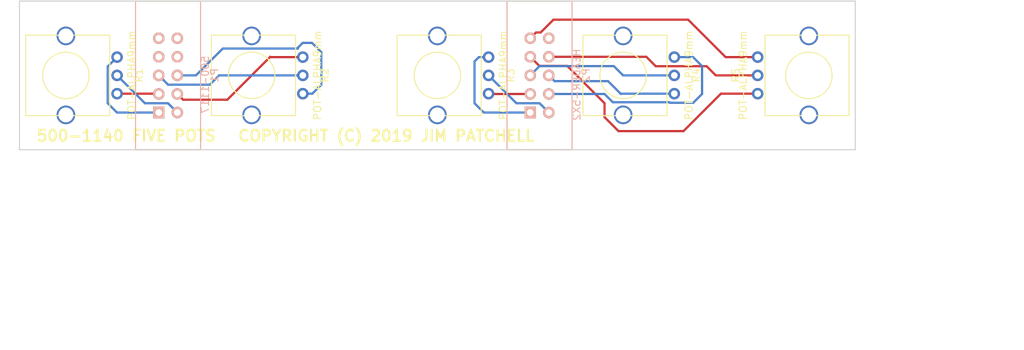
<source format=kicad_pcb>
(kicad_pcb (version 20171130) (host pcbnew "(5.0.2)-1")

  (general
    (thickness 1.6)
    (drawings 16)
    (tracks 76)
    (zones 0)
    (modules 7)
    (nets 16)
  )

  (page A)
  (title_block
    (title "Five Pots Front Panel  Board")
  )

  (layers
    (0 F.Cu signal)
    (31 B.Cu signal)
    (32 B.Adhes user)
    (33 F.Adhes user)
    (34 B.Paste user)
    (35 F.Paste user)
    (36 B.SilkS user)
    (37 F.SilkS user)
    (38 B.Mask user)
    (39 F.Mask user)
    (40 Dwgs.User user)
    (41 Cmts.User user)
    (42 Eco1.User user)
    (43 Eco2.User user)
    (44 Edge.Cuts user)
    (45 Margin user)
    (46 B.CrtYd user)
    (47 F.CrtYd user)
    (48 B.Fab user)
    (49 F.Fab user)
  )

  (setup
    (last_trace_width 0.3048)
    (trace_clearance 0.3048)
    (zone_clearance 0.508)
    (zone_45_only no)
    (trace_min 0.2)
    (segment_width 0.2)
    (edge_width 0.15)
    (via_size 0.8)
    (via_drill 0.4)
    (via_min_size 0.4)
    (via_min_drill 0.3)
    (uvia_size 0.3)
    (uvia_drill 0.1)
    (uvias_allowed no)
    (uvia_min_size 0.2)
    (uvia_min_drill 0.1)
    (pcb_text_width 0.3)
    (pcb_text_size 1.5 1.5)
    (mod_edge_width 0.15)
    (mod_text_size 1 1)
    (mod_text_width 0.15)
    (pad_size 1.524 1.524)
    (pad_drill 0.762)
    (pad_to_mask_clearance 0.051)
    (solder_mask_min_width 0.25)
    (aux_axis_origin 0 0)
    (visible_elements 7FFFFFFF)
    (pcbplotparams
      (layerselection 0x010f0_ffffffff)
      (usegerberextensions false)
      (usegerberattributes false)
      (usegerberadvancedattributes false)
      (creategerberjobfile false)
      (excludeedgelayer true)
      (linewidth 0.100000)
      (plotframeref false)
      (viasonmask false)
      (mode 1)
      (useauxorigin false)
      (hpglpennumber 1)
      (hpglpenspeed 20)
      (hpglpendiameter 15.000000)
      (psnegative false)
      (psa4output false)
      (plotreference true)
      (plotvalue true)
      (plotinvisibletext false)
      (padsonsilk false)
      (subtractmaskfromsilk false)
      (outputformat 1)
      (mirror false)
      (drillshape 0)
      (scaleselection 1)
      (outputdirectory "FAB/"))
  )

  (net 0 "")
  (net 1 "Net-(P1-Pad1)")
  (net 2 "Net-(P1-Pad2)")
  (net 3 "Net-(P1-Pad3)")
  (net 4 "Net-(P1-Pad4)")
  (net 5 "Net-(P1-Pad5)")
  (net 6 "Net-(P1-Pad6)")
  (net 7 "Net-(P2-Pad1)")
  (net 8 "Net-(P2-Pad2)")
  (net 9 "Net-(P2-Pad3)")
  (net 10 "Net-(P2-Pad4)")
  (net 11 "Net-(P2-Pad5)")
  (net 12 "Net-(P2-Pad6)")
  (net 13 "Net-(P2-Pad7)")
  (net 14 "Net-(P2-Pad8)")
  (net 15 "Net-(P2-Pad9)")

  (net_class Default "This is the default net class."
    (clearance 0.3048)
    (trace_width 0.3048)
    (via_dia 0.8)
    (via_drill 0.4)
    (uvia_dia 0.3)
    (uvia_drill 0.1)
    (add_net "Net-(P1-Pad1)")
    (add_net "Net-(P1-Pad2)")
    (add_net "Net-(P1-Pad3)")
    (add_net "Net-(P1-Pad4)")
    (add_net "Net-(P1-Pad5)")
    (add_net "Net-(P1-Pad6)")
    (add_net "Net-(P2-Pad1)")
    (add_net "Net-(P2-Pad2)")
    (add_net "Net-(P2-Pad3)")
    (add_net "Net-(P2-Pad4)")
    (add_net "Net-(P2-Pad5)")
    (add_net "Net-(P2-Pad6)")
    (add_net "Net-(P2-Pad7)")
    (add_net "Net-(P2-Pad8)")
    (add_net "Net-(P2-Pad9)")
  )

  (module FootPrints:IDC5x2_Vert (layer B.Cu) (tedit 58C2383B) (tstamp 5C245FB0)
    (at 80.01 66.04 270)
    (path /5C2BC81D)
    (fp_text reference P1 (at 0 -6.35 270) (layer B.SilkS)
      (effects (font (size 1 1) (thickness 0.15)) (justify mirror))
    )
    (fp_text value 500-1117 (at 1.27 -5.08 270) (layer B.SilkS)
      (effects (font (size 1 1) (thickness 0.15)) (justify mirror))
    )
    (fp_line (start 10.16 -4.445) (end 10.16 -2.54) (layer B.SilkS) (width 0.15))
    (fp_line (start -10.16 -4.445) (end 10.16 -4.445) (layer B.SilkS) (width 0.15))
    (fp_line (start -10.16 -2.54) (end -10.16 -4.445) (layer B.SilkS) (width 0.15))
    (fp_line (start 10.16 4.445) (end 10.16 2.54) (layer B.SilkS) (width 0.15))
    (fp_line (start -10.16 4.445) (end 10.16 4.445) (layer B.SilkS) (width 0.15))
    (fp_line (start -10.16 2.54) (end -10.16 4.445) (layer B.SilkS) (width 0.15))
    (fp_line (start -10.16 -2.54) (end -10.16 2.54) (layer B.SilkS) (width 0.15))
    (fp_line (start 10.16 2.54) (end 10.16 -2.54) (layer B.SilkS) (width 0.15))
    (pad 1 thru_hole rect (at 5.08 1.27 270) (size 1.5748 1.5748) (drill 0.9144) (layers *.Cu *.Mask B.SilkS)
      (net 1 "Net-(P1-Pad1)"))
    (pad 2 thru_hole circle (at 5.08 -1.27 270) (size 1.5748 1.5748) (drill 0.9144) (layers *.Cu *.Mask B.SilkS)
      (net 2 "Net-(P1-Pad2)"))
    (pad 3 thru_hole circle (at 2.54 1.27 270) (size 1.5748 1.5748) (drill 0.9144) (layers *.Cu *.Mask B.SilkS)
      (net 3 "Net-(P1-Pad3)"))
    (pad 4 thru_hole circle (at 2.54 -1.27 270) (size 1.5748 1.5748) (drill 0.9144) (layers *.Cu *.Mask B.SilkS)
      (net 4 "Net-(P1-Pad4)"))
    (pad 5 thru_hole circle (at 0 1.27 270) (size 1.5748 1.5748) (drill 0.9144) (layers *.Cu *.Mask B.SilkS)
      (net 5 "Net-(P1-Pad5)"))
    (pad 6 thru_hole circle (at 0 -1.27 270) (size 1.5748 1.5748) (drill 0.9144) (layers *.Cu *.Mask B.SilkS)
      (net 6 "Net-(P1-Pad6)"))
    (pad 7 thru_hole circle (at -2.54 1.27 270) (size 1.5748 1.5748) (drill 0.9144) (layers *.Cu *.Mask B.SilkS))
    (pad 8 thru_hole circle (at -2.54 -1.27 270) (size 1.5748 1.5748) (drill 0.9144) (layers *.Cu *.Mask B.SilkS))
    (pad 9 thru_hole circle (at -5.08 1.27 270) (size 1.5748 1.5748) (drill 0.9144) (layers *.Cu *.Mask B.SilkS))
    (pad 10 thru_hole circle (at -5.08 -1.27 270) (size 1.5748 1.5748) (drill 0.9144) (layers *.Cu *.Mask B.SilkS))
  )

  (module FootPrints:Alpha_9mm_Pot (layer F.Cu) (tedit 5BE70FE3) (tstamp 5C245FE0)
    (at 66.04 66.04 90)
    (path /5C2BC3C9)
    (fp_text reference R1 (at 0 10 90) (layer F.SilkS)
      (effects (font (size 1 1) (thickness 0.15)))
    )
    (fp_text value POT-ALPHA9mm (at 0 9 90) (layer F.SilkS)
      (effects (font (size 1 1) (thickness 0.15)))
    )
    (fp_line (start 5.5 0) (end 5.5 -5.5) (layer F.SilkS) (width 0.15))
    (fp_line (start 5.5 -5.5) (end -5.5 -5.5) (layer F.SilkS) (width 0.15))
    (fp_line (start -5.5 -5.5) (end -5.5 6) (layer F.SilkS) (width 0.15))
    (fp_line (start -5.5 6) (end 5.5 6) (layer F.SilkS) (width 0.15))
    (fp_line (start 5.5 6) (end 5.5 0.5) (layer F.SilkS) (width 0.15))
    (fp_line (start 5.5 0) (end 5.5 0.5) (layer F.SilkS) (width 0.15))
    (fp_circle (center 0 0) (end 3.175 0) (layer F.SilkS) (width 0.15))
    (pad 1 thru_hole circle (at -2.5 7 90) (size 1.5748 1.5748) (drill 0.9144) (layers *.Cu *.Mask)
      (net 3 "Net-(P1-Pad3)"))
    (pad 2 thru_hole circle (at 0 7 90) (size 1.5748 1.5748) (drill 0.9144) (layers *.Cu *.Mask)
      (net 2 "Net-(P1-Pad2)"))
    (pad 3 thru_hole circle (at 2.5 7 90) (size 1.5748 1.5748) (drill 0.9144) (layers *.Cu *.Mask)
      (net 1 "Net-(P1-Pad1)"))
    (pad 4 thru_hole circle (at 5.4 0 90) (size 2.54 2.54) (drill 2.032) (layers *.Cu *.Mask))
    (pad 5 thru_hole circle (at -5.4 0 90) (size 2.54 2.54) (drill 2.032) (layers *.Cu *.Mask))
  )

  (module FootPrints:Alpha_9mm_Pot (layer F.Cu) (tedit 5BE70FE3) (tstamp 5C245FF0)
    (at 91.44 66.04 90)
    (path /5C2BC69C)
    (fp_text reference R2 (at 0 10 90) (layer F.SilkS)
      (effects (font (size 1 1) (thickness 0.15)))
    )
    (fp_text value POT-ALPHA9mm (at 0 9 90) (layer F.SilkS)
      (effects (font (size 1 1) (thickness 0.15)))
    )
    (fp_circle (center 0 0) (end 3.175 0) (layer F.SilkS) (width 0.15))
    (fp_line (start 5.5 0) (end 5.5 0.5) (layer F.SilkS) (width 0.15))
    (fp_line (start 5.5 6) (end 5.5 0.5) (layer F.SilkS) (width 0.15))
    (fp_line (start -5.5 6) (end 5.5 6) (layer F.SilkS) (width 0.15))
    (fp_line (start -5.5 -5.5) (end -5.5 6) (layer F.SilkS) (width 0.15))
    (fp_line (start 5.5 -5.5) (end -5.5 -5.5) (layer F.SilkS) (width 0.15))
    (fp_line (start 5.5 0) (end 5.5 -5.5) (layer F.SilkS) (width 0.15))
    (pad 5 thru_hole circle (at -5.4 0 90) (size 2.54 2.54) (drill 2.032) (layers *.Cu *.Mask))
    (pad 4 thru_hole circle (at 5.4 0 90) (size 2.54 2.54) (drill 2.032) (layers *.Cu *.Mask))
    (pad 3 thru_hole circle (at 2.5 7 90) (size 1.5748 1.5748) (drill 0.9144) (layers *.Cu *.Mask)
      (net 4 "Net-(P1-Pad4)"))
    (pad 2 thru_hole circle (at 0 7 90) (size 1.5748 1.5748) (drill 0.9144) (layers *.Cu *.Mask)
      (net 5 "Net-(P1-Pad5)"))
    (pad 1 thru_hole circle (at -2.5 7 90) (size 1.5748 1.5748) (drill 0.9144) (layers *.Cu *.Mask)
      (net 6 "Net-(P1-Pad6)"))
  )

  (module FootPrints:Alpha_9mm_Pot (layer F.Cu) (tedit 5BE70FE3) (tstamp 5C246000)
    (at 116.84 66.04 90)
    (path /5C2BC77C)
    (fp_text reference R3 (at 0 10 90) (layer F.SilkS)
      (effects (font (size 1 1) (thickness 0.15)))
    )
    (fp_text value POT-ALPHA9mm (at 0 9 90) (layer F.SilkS)
      (effects (font (size 1 1) (thickness 0.15)))
    )
    (fp_line (start 5.5 0) (end 5.5 -5.5) (layer F.SilkS) (width 0.15))
    (fp_line (start 5.5 -5.5) (end -5.5 -5.5) (layer F.SilkS) (width 0.15))
    (fp_line (start -5.5 -5.5) (end -5.5 6) (layer F.SilkS) (width 0.15))
    (fp_line (start -5.5 6) (end 5.5 6) (layer F.SilkS) (width 0.15))
    (fp_line (start 5.5 6) (end 5.5 0.5) (layer F.SilkS) (width 0.15))
    (fp_line (start 5.5 0) (end 5.5 0.5) (layer F.SilkS) (width 0.15))
    (fp_circle (center 0 0) (end 3.175 0) (layer F.SilkS) (width 0.15))
    (pad 1 thru_hole circle (at -2.5 7 90) (size 1.5748 1.5748) (drill 0.9144) (layers *.Cu *.Mask)
      (net 9 "Net-(P2-Pad3)"))
    (pad 2 thru_hole circle (at 0 7 90) (size 1.5748 1.5748) (drill 0.9144) (layers *.Cu *.Mask)
      (net 8 "Net-(P2-Pad2)"))
    (pad 3 thru_hole circle (at 2.5 7 90) (size 1.5748 1.5748) (drill 0.9144) (layers *.Cu *.Mask)
      (net 7 "Net-(P2-Pad1)"))
    (pad 4 thru_hole circle (at 5.4 0 90) (size 2.54 2.54) (drill 2.032) (layers *.Cu *.Mask))
    (pad 5 thru_hole circle (at -5.4 0 90) (size 2.54 2.54) (drill 2.032) (layers *.Cu *.Mask))
  )

  (module FootPrints:Alpha_9mm_Pot (layer F.Cu) (tedit 5BE70FE3) (tstamp 5C246010)
    (at 142.24 66.04 90)
    (path /5C2BC782)
    (fp_text reference R4 (at 0 10 90) (layer F.SilkS)
      (effects (font (size 1 1) (thickness 0.15)))
    )
    (fp_text value POT-ALPHA9mm (at 0 9 90) (layer F.SilkS)
      (effects (font (size 1 1) (thickness 0.15)))
    )
    (fp_circle (center 0 0) (end 3.175 0) (layer F.SilkS) (width 0.15))
    (fp_line (start 5.5 0) (end 5.5 0.5) (layer F.SilkS) (width 0.15))
    (fp_line (start 5.5 6) (end 5.5 0.5) (layer F.SilkS) (width 0.15))
    (fp_line (start -5.5 6) (end 5.5 6) (layer F.SilkS) (width 0.15))
    (fp_line (start -5.5 -5.5) (end -5.5 6) (layer F.SilkS) (width 0.15))
    (fp_line (start 5.5 -5.5) (end -5.5 -5.5) (layer F.SilkS) (width 0.15))
    (fp_line (start 5.5 0) (end 5.5 -5.5) (layer F.SilkS) (width 0.15))
    (pad 5 thru_hole circle (at -5.4 0 90) (size 2.54 2.54) (drill 2.032) (layers *.Cu *.Mask))
    (pad 4 thru_hole circle (at 5.4 0 90) (size 2.54 2.54) (drill 2.032) (layers *.Cu *.Mask))
    (pad 3 thru_hole circle (at 2.5 7 90) (size 1.5748 1.5748) (drill 0.9144) (layers *.Cu *.Mask)
      (net 10 "Net-(P2-Pad4)"))
    (pad 2 thru_hole circle (at 0 7 90) (size 1.5748 1.5748) (drill 0.9144) (layers *.Cu *.Mask)
      (net 11 "Net-(P2-Pad5)"))
    (pad 1 thru_hole circle (at -2.5 7 90) (size 1.5748 1.5748) (drill 0.9144) (layers *.Cu *.Mask)
      (net 12 "Net-(P2-Pad6)"))
  )

  (module FootPrints:Alpha_9mm_Pot (layer F.Cu) (tedit 5BE70FE3) (tstamp 5C246020)
    (at 167.64 66.04 270)
    (path /5C2BC7BC)
    (fp_text reference R5 (at 0 10 270) (layer F.SilkS)
      (effects (font (size 1 1) (thickness 0.15)))
    )
    (fp_text value POT-ALPHA9mm (at 0 9 270) (layer F.SilkS)
      (effects (font (size 1 1) (thickness 0.15)))
    )
    (fp_line (start 5.5 0) (end 5.5 -5.5) (layer F.SilkS) (width 0.15))
    (fp_line (start 5.5 -5.5) (end -5.5 -5.5) (layer F.SilkS) (width 0.15))
    (fp_line (start -5.5 -5.5) (end -5.5 6) (layer F.SilkS) (width 0.15))
    (fp_line (start -5.5 6) (end 5.5 6) (layer F.SilkS) (width 0.15))
    (fp_line (start 5.5 6) (end 5.5 0.5) (layer F.SilkS) (width 0.15))
    (fp_line (start 5.5 0) (end 5.5 0.5) (layer F.SilkS) (width 0.15))
    (fp_circle (center 0 0) (end 3.175 0) (layer F.SilkS) (width 0.15))
    (pad 1 thru_hole circle (at -2.5 7 270) (size 1.5748 1.5748) (drill 0.9144) (layers *.Cu *.Mask)
      (net 15 "Net-(P2-Pad9)"))
    (pad 2 thru_hole circle (at 0 7 270) (size 1.5748 1.5748) (drill 0.9144) (layers *.Cu *.Mask)
      (net 14 "Net-(P2-Pad8)"))
    (pad 3 thru_hole circle (at 2.5 7 270) (size 1.5748 1.5748) (drill 0.9144) (layers *.Cu *.Mask)
      (net 13 "Net-(P2-Pad7)"))
    (pad 4 thru_hole circle (at 5.4 0 270) (size 2.54 2.54) (drill 2.032) (layers *.Cu *.Mask))
    (pad 5 thru_hole circle (at -5.4 0 270) (size 2.54 2.54) (drill 2.032) (layers *.Cu *.Mask))
  )

  (module FootPrints:IDC5x2_Vert (layer B.Cu) (tedit 58C2383B) (tstamp 5C2464D6)
    (at 130.81 66.04 270)
    (path /5C2C0B72)
    (fp_text reference P2 (at 0 -6.35 270) (layer B.SilkS)
      (effects (font (size 1 1) (thickness 0.15)) (justify mirror))
    )
    (fp_text value HEADER-5X2 (at 1.27 -5.08 270) (layer B.SilkS)
      (effects (font (size 1 1) (thickness 0.15)) (justify mirror))
    )
    (fp_line (start 10.16 -4.445) (end 10.16 -2.54) (layer B.SilkS) (width 0.15))
    (fp_line (start -10.16 -4.445) (end 10.16 -4.445) (layer B.SilkS) (width 0.15))
    (fp_line (start -10.16 -2.54) (end -10.16 -4.445) (layer B.SilkS) (width 0.15))
    (fp_line (start 10.16 4.445) (end 10.16 2.54) (layer B.SilkS) (width 0.15))
    (fp_line (start -10.16 4.445) (end 10.16 4.445) (layer B.SilkS) (width 0.15))
    (fp_line (start -10.16 2.54) (end -10.16 4.445) (layer B.SilkS) (width 0.15))
    (fp_line (start -10.16 -2.54) (end -10.16 2.54) (layer B.SilkS) (width 0.15))
    (fp_line (start 10.16 2.54) (end 10.16 -2.54) (layer B.SilkS) (width 0.15))
    (pad 1 thru_hole rect (at 5.08 1.27 270) (size 1.5748 1.5748) (drill 0.9144) (layers *.Cu *.Mask B.SilkS)
      (net 7 "Net-(P2-Pad1)"))
    (pad 2 thru_hole circle (at 5.08 -1.27 270) (size 1.5748 1.5748) (drill 0.9144) (layers *.Cu *.Mask B.SilkS)
      (net 8 "Net-(P2-Pad2)"))
    (pad 3 thru_hole circle (at 2.54 1.27 270) (size 1.5748 1.5748) (drill 0.9144) (layers *.Cu *.Mask B.SilkS)
      (net 9 "Net-(P2-Pad3)"))
    (pad 4 thru_hole circle (at 2.54 -1.27 270) (size 1.5748 1.5748) (drill 0.9144) (layers *.Cu *.Mask B.SilkS)
      (net 10 "Net-(P2-Pad4)"))
    (pad 5 thru_hole circle (at 0 1.27 270) (size 1.5748 1.5748) (drill 0.9144) (layers *.Cu *.Mask B.SilkS)
      (net 11 "Net-(P2-Pad5)"))
    (pad 6 thru_hole circle (at 0 -1.27 270) (size 1.5748 1.5748) (drill 0.9144) (layers *.Cu *.Mask B.SilkS)
      (net 12 "Net-(P2-Pad6)"))
    (pad 7 thru_hole circle (at -2.54 1.27 270) (size 1.5748 1.5748) (drill 0.9144) (layers *.Cu *.Mask B.SilkS)
      (net 13 "Net-(P2-Pad7)"))
    (pad 8 thru_hole circle (at -2.54 -1.27 270) (size 1.5748 1.5748) (drill 0.9144) (layers *.Cu *.Mask B.SilkS)
      (net 14 "Net-(P2-Pad8)"))
    (pad 9 thru_hole circle (at -5.08 1.27 270) (size 1.5748 1.5748) (drill 0.9144) (layers *.Cu *.Mask B.SilkS)
      (net 15 "Net-(P2-Pad9)"))
    (pad 10 thru_hole circle (at -5.08 -1.27 270) (size 1.5748 1.5748) (drill 0.9144) (layers *.Cu *.Mask B.SilkS))
  )

  (gr_text "COPYRIGHT (C) 2019 JIM PATCHELL" (at 109.855 74.295) (layer F.SilkS)
    (effects (font (size 1.5 1.5) (thickness 0.3)))
  )
  (gr_text "500-1140 FIVE POTS" (at 74.295 74.295) (layer F.SilkS)
    (effects (font (size 1.5 1.5) (thickness 0.3)))
  )
  (dimension 10.16 (width 0.3) (layer F.Fab)
    (gr_text "0.4000 in" (at 184.98 60.96 90) (layer F.Fab)
      (effects (font (size 1.5 1.5) (thickness 0.3)))
    )
    (feature1 (pts (xy 175.26 55.88) (xy 183.466421 55.88)))
    (feature2 (pts (xy 175.26 66.04) (xy 183.466421 66.04)))
    (crossbar (pts (xy 182.88 66.04) (xy 182.88 55.88)))
    (arrow1a (pts (xy 182.88 55.88) (xy 183.466421 57.006504)))
    (arrow1b (pts (xy 182.88 55.88) (xy 182.293579 57.006504)))
    (arrow2a (pts (xy 182.88 66.04) (xy 183.466421 64.913496)))
    (arrow2b (pts (xy 182.88 66.04) (xy 182.293579 64.913496)))
  )
  (dimension 10.16 (width 0.3) (layer F.Fab)
    (gr_text "0.4000 in" (at 183.71 71.12 90) (layer F.Fab)
      (effects (font (size 1.5 1.5) (thickness 0.3)))
    )
    (feature1 (pts (xy 175.26 66.04) (xy 182.196421 66.04)))
    (feature2 (pts (xy 175.26 76.2) (xy 182.196421 76.2)))
    (crossbar (pts (xy 181.61 76.2) (xy 181.61 66.04)))
    (arrow1a (pts (xy 181.61 66.04) (xy 182.196421 67.166504)))
    (arrow1b (pts (xy 181.61 66.04) (xy 181.023579 67.166504)))
    (arrow2a (pts (xy 181.61 76.2) (xy 182.196421 75.073496)))
    (arrow2b (pts (xy 181.61 76.2) (xy 181.023579 75.073496)))
  )
  (dimension 20.32 (width 0.3) (layer F.Fab)
    (gr_text "0.8000 in" (at 195.14 66.04 90) (layer F.Fab)
      (effects (font (size 1.5 1.5) (thickness 0.3)))
    )
    (feature1 (pts (xy 175.26 55.88) (xy 193.626421 55.88)))
    (feature2 (pts (xy 175.26 76.2) (xy 193.626421 76.2)))
    (crossbar (pts (xy 193.04 76.2) (xy 193.04 55.88)))
    (arrow1a (pts (xy 193.04 55.88) (xy 193.626421 57.006504)))
    (arrow1b (pts (xy 193.04 55.88) (xy 192.453579 57.006504)))
    (arrow2a (pts (xy 193.04 76.2) (xy 193.626421 75.073496)))
    (arrow2b (pts (xy 193.04 76.2) (xy 192.453579 75.073496)))
  )
  (dimension 6.35 (width 0.3) (layer F.Fab)
    (gr_text "0.2500 in" (at 170.815 87.19) (layer F.Fab)
      (effects (font (size 1.5 1.5) (thickness 0.3)))
    )
    (feature1 (pts (xy 173.99 77.47) (xy 173.99 85.676421)))
    (feature2 (pts (xy 167.64 77.47) (xy 167.64 85.676421)))
    (crossbar (pts (xy 167.64 85.09) (xy 173.99 85.09)))
    (arrow1a (pts (xy 173.99 85.09) (xy 172.863496 85.676421)))
    (arrow1b (pts (xy 173.99 85.09) (xy 172.863496 84.503579)))
    (arrow2a (pts (xy 167.64 85.09) (xy 168.766504 85.676421)))
    (arrow2b (pts (xy 167.64 85.09) (xy 168.766504 84.503579)))
  )
  (dimension 25.4 (width 0.3) (layer F.Fab)
    (gr_text "1.0000 in" (at 154.94 87.19) (layer F.Fab)
      (effects (font (size 1.5 1.5) (thickness 0.3)))
    )
    (feature1 (pts (xy 167.64 77.47) (xy 167.64 85.676421)))
    (feature2 (pts (xy 142.24 77.47) (xy 142.24 85.676421)))
    (crossbar (pts (xy 142.24 85.09) (xy 167.64 85.09)))
    (arrow1a (pts (xy 167.64 85.09) (xy 166.513496 85.676421)))
    (arrow1b (pts (xy 167.64 85.09) (xy 166.513496 84.503579)))
    (arrow2a (pts (xy 142.24 85.09) (xy 143.366504 85.676421)))
    (arrow2b (pts (xy 142.24 85.09) (xy 143.366504 84.503579)))
  )
  (dimension 25.4 (width 0.3) (layer F.Fab)
    (gr_text "1.0000 in" (at 129.54 87.19) (layer F.Fab)
      (effects (font (size 1.5 1.5) (thickness 0.3)))
    )
    (feature1 (pts (xy 142.24 77.47) (xy 142.24 85.676421)))
    (feature2 (pts (xy 116.84 77.47) (xy 116.84 85.676421)))
    (crossbar (pts (xy 116.84 85.09) (xy 142.24 85.09)))
    (arrow1a (pts (xy 142.24 85.09) (xy 141.113496 85.676421)))
    (arrow1b (pts (xy 142.24 85.09) (xy 141.113496 84.503579)))
    (arrow2a (pts (xy 116.84 85.09) (xy 117.966504 85.676421)))
    (arrow2b (pts (xy 116.84 85.09) (xy 117.966504 84.503579)))
  )
  (dimension 25.4 (width 0.3) (layer F.Fab)
    (gr_text "1.0000 in" (at 104.14 87.19) (layer F.Fab)
      (effects (font (size 1.5 1.5) (thickness 0.3)))
    )
    (feature1 (pts (xy 116.84 77.47) (xy 116.84 85.676421)))
    (feature2 (pts (xy 91.44 77.47) (xy 91.44 85.676421)))
    (crossbar (pts (xy 91.44 85.09) (xy 116.84 85.09)))
    (arrow1a (pts (xy 116.84 85.09) (xy 115.713496 85.676421)))
    (arrow1b (pts (xy 116.84 85.09) (xy 115.713496 84.503579)))
    (arrow2a (pts (xy 91.44 85.09) (xy 92.566504 85.676421)))
    (arrow2b (pts (xy 91.44 85.09) (xy 92.566504 84.503579)))
  )
  (dimension 25.4 (width 0.3) (layer F.Fab)
    (gr_text "1.0000 in" (at 78.74 87.19) (layer F.Fab)
      (effects (font (size 1.5 1.5) (thickness 0.3)))
    )
    (feature1 (pts (xy 91.44 77.47) (xy 91.44 85.676421)))
    (feature2 (pts (xy 66.04 77.47) (xy 66.04 85.676421)))
    (crossbar (pts (xy 66.04 85.09) (xy 91.44 85.09)))
    (arrow1a (pts (xy 91.44 85.09) (xy 90.313496 85.676421)))
    (arrow1b (pts (xy 91.44 85.09) (xy 90.313496 84.503579)))
    (arrow2a (pts (xy 66.04 85.09) (xy 67.166504 85.676421)))
    (arrow2b (pts (xy 66.04 85.09) (xy 67.166504 84.503579)))
  )
  (dimension 6.35 (width 0.3) (layer F.Fab)
    (gr_text "0.2500 in" (at 62.865 87.19) (layer F.Fab)
      (effects (font (size 1.5 1.5) (thickness 0.3)))
    )
    (feature1 (pts (xy 66.04 77.47) (xy 66.04 85.676421)))
    (feature2 (pts (xy 59.69 77.47) (xy 59.69 85.676421)))
    (crossbar (pts (xy 59.69 85.09) (xy 66.04 85.09)))
    (arrow1a (pts (xy 66.04 85.09) (xy 64.913496 85.676421)))
    (arrow1b (pts (xy 66.04 85.09) (xy 64.913496 84.503579)))
    (arrow2a (pts (xy 59.69 85.09) (xy 60.816504 85.676421)))
    (arrow2b (pts (xy 59.69 85.09) (xy 60.816504 84.503579)))
  )
  (dimension 114.3 (width 0.3) (layer F.Fab)
    (gr_text "4.5000 in" (at 116.84 104.97) (layer F.Fab)
      (effects (font (size 1.5 1.5) (thickness 0.3)))
    )
    (feature1 (pts (xy 173.99 77.47) (xy 173.99 103.456421)))
    (feature2 (pts (xy 59.69 77.47) (xy 59.69 103.456421)))
    (crossbar (pts (xy 59.69 102.87) (xy 173.99 102.87)))
    (arrow1a (pts (xy 173.99 102.87) (xy 172.863496 103.456421)))
    (arrow1b (pts (xy 173.99 102.87) (xy 172.863496 102.283579)))
    (arrow2a (pts (xy 59.69 102.87) (xy 60.816504 103.456421)))
    (arrow2b (pts (xy 59.69 102.87) (xy 60.816504 102.283579)))
  )
  (gr_line (start 173.99 55.88) (end 173.99 76.2) (layer Edge.Cuts) (width 0.15))
  (gr_line (start 59.69 55.88) (end 173.99 55.88) (layer Edge.Cuts) (width 0.15))
  (gr_line (start 59.69 76.2) (end 59.69 55.88) (layer Edge.Cuts) (width 0.15))
  (gr_line (start 173.99 76.2) (end 59.69 76.2) (layer Edge.Cuts) (width 0.15))

  (segment (start 71.755 64.825) (end 73.04 63.54) (width 0.3048) (layer B.Cu) (net 1))
  (segment (start 71.755 69.85) (end 71.755 64.825) (width 0.3048) (layer B.Cu) (net 1))
  (segment (start 78.74 71.12) (end 73.025 71.12) (width 0.3048) (layer B.Cu) (net 1))
  (segment (start 73.025 71.12) (end 71.755 69.85) (width 0.3048) (layer B.Cu) (net 1))
  (segment (start 76.85 69.85) (end 73.04 66.04) (width 0.3048) (layer B.Cu) (net 2))
  (segment (start 81.28 71.12) (end 80.01 69.85) (width 0.3048) (layer B.Cu) (net 2))
  (segment (start 80.01 69.85) (end 76.85 69.85) (width 0.3048) (layer B.Cu) (net 2))
  (segment (start 78.7 68.54) (end 78.74 68.58) (width 0.3048) (layer F.Cu) (net 3))
  (segment (start 73.04 68.54) (end 78.7 68.54) (width 0.3048) (layer F.Cu) (net 3))
  (segment (start 82.067399 69.367399) (end 88.112601 69.367399) (width 0.3048) (layer F.Cu) (net 4))
  (segment (start 81.28 68.58) (end 82.067399 69.367399) (width 0.3048) (layer F.Cu) (net 4))
  (segment (start 88.112601 69.367399) (end 93.98 63.5) (width 0.3048) (layer F.Cu) (net 4))
  (segment (start 94.02 63.54) (end 98.44 63.54) (width 0.3048) (layer F.Cu) (net 4))
  (segment (start 93.98 63.5) (end 94.02 63.54) (width 0.3048) (layer F.Cu) (net 4))
  (segment (start 78.74 66.04) (end 80.01 67.31) (width 0.3048) (layer B.Cu) (net 5))
  (segment (start 80.01 67.31) (end 85.725 67.31) (width 0.3048) (layer B.Cu) (net 5))
  (segment (start 85.725 67.31) (end 86.995 66.04) (width 0.3048) (layer B.Cu) (net 5))
  (segment (start 86.995 66.04) (end 98.44 66.04) (width 0.3048) (layer B.Cu) (net 5))
  (segment (start 81.28 66.04) (end 83.82 66.04) (width 0.3048) (layer B.Cu) (net 6))
  (segment (start 87.492799 62.367201) (end 97.770789 62.367201) (width 0.3048) (layer B.Cu) (net 6))
  (segment (start 83.82 66.04) (end 87.492799 62.367201) (width 0.3048) (layer B.Cu) (net 6))
  (segment (start 97.770789 62.367201) (end 97.770789 62.249211) (width 0.3048) (layer B.Cu) (net 6))
  (segment (start 97.770789 62.249211) (end 98.425 61.595) (width 0.3048) (layer B.Cu) (net 6))
  (segment (start 98.425 61.595) (end 99.695 61.595) (width 0.3048) (layer B.Cu) (net 6))
  (segment (start 99.695 61.595) (end 100.965 62.865) (width 0.3048) (layer B.Cu) (net 6))
  (segment (start 100.965 62.865) (end 100.965 67.31) (width 0.3048) (layer B.Cu) (net 6))
  (segment (start 99.735 68.54) (end 98.44 68.54) (width 0.3048) (layer B.Cu) (net 6))
  (segment (start 100.965 67.31) (end 99.735 68.54) (width 0.3048) (layer B.Cu) (net 6))
  (segment (start 122.515 63.54) (end 123.84 63.54) (width 0.3048) (layer B.Cu) (net 7))
  (segment (start 121.92 64.135) (end 122.515 63.54) (width 0.3048) (layer B.Cu) (net 7))
  (segment (start 121.92 69.85) (end 121.92 64.135) (width 0.3048) (layer B.Cu) (net 7))
  (segment (start 129.54 71.12) (end 123.19 71.12) (width 0.3048) (layer B.Cu) (net 7))
  (segment (start 123.19 71.12) (end 121.92 69.85) (width 0.3048) (layer B.Cu) (net 7))
  (segment (start 127.65 69.85) (end 123.84 66.04) (width 0.3048) (layer B.Cu) (net 8))
  (segment (start 132.08 71.12) (end 130.81 69.85) (width 0.3048) (layer B.Cu) (net 8))
  (segment (start 130.81 69.85) (end 127.65 69.85) (width 0.3048) (layer B.Cu) (net 8))
  (segment (start 123.88 68.58) (end 123.84 68.54) (width 0.3048) (layer F.Cu) (net 9))
  (segment (start 129.54 68.58) (end 123.88 68.58) (width 0.3048) (layer F.Cu) (net 9))
  (segment (start 132.08 68.58) (end 139.7 68.58) (width 0.3048) (layer B.Cu) (net 10))
  (segment (start 139.7 68.58) (end 140.832799 69.712799) (width 0.3048) (layer B.Cu) (net 10))
  (segment (start 148.642591 69.784601) (end 151.830399 69.784601) (width 0.3048) (layer B.Cu) (net 10))
  (segment (start 140.832799 69.712799) (end 148.570789 69.712799) (width 0.3048) (layer B.Cu) (net 10))
  (segment (start 148.570789 69.712799) (end 148.642591 69.784601) (width 0.3048) (layer B.Cu) (net 10))
  (segment (start 151.830399 69.784601) (end 153.035 68.58) (width 0.3048) (layer B.Cu) (net 10))
  (segment (start 153.035 68.58) (end 153.035 64.77) (width 0.3048) (layer B.Cu) (net 10))
  (segment (start 151.805 63.54) (end 149.24 63.54) (width 0.3048) (layer B.Cu) (net 10))
  (segment (start 153.035 64.77) (end 151.805 63.54) (width 0.3048) (layer B.Cu) (net 10))
  (segment (start 129.54 66.04) (end 130.81 64.77) (width 0.3048) (layer B.Cu) (net 11))
  (segment (start 130.81 64.77) (end 140.97 64.77) (width 0.3048) (layer B.Cu) (net 11))
  (segment (start 140.97 64.77) (end 142.24 66.04) (width 0.3048) (layer B.Cu) (net 11))
  (segment (start 142.24 66.04) (end 149.24 66.04) (width 0.3048) (layer B.Cu) (net 11))
  (segment (start 149.2 68.58) (end 149.24 68.54) (width 0.3048) (layer B.Cu) (net 12))
  (segment (start 132.867399 66.827399) (end 140.182601 66.827399) (width 0.3048) (layer B.Cu) (net 12))
  (segment (start 132.08 66.04) (end 132.867399 66.827399) (width 0.3048) (layer B.Cu) (net 12))
  (segment (start 140.182601 66.827399) (end 141.935202 68.58) (width 0.3048) (layer B.Cu) (net 12))
  (segment (start 141.975202 68.54) (end 149.24 68.54) (width 0.3048) (layer B.Cu) (net 12))
  (segment (start 141.935202 68.58) (end 141.975202 68.54) (width 0.3048) (layer B.Cu) (net 12))
  (segment (start 155.615 68.54) (end 160.64 68.54) (width 0.3048) (layer F.Cu) (net 13))
  (segment (start 150.495 73.66) (end 155.615 68.54) (width 0.3048) (layer F.Cu) (net 13))
  (segment (start 130.784601 64.744601) (end 134.594601 64.744601) (width 0.3048) (layer F.Cu) (net 13))
  (segment (start 129.54 63.5) (end 130.784601 64.744601) (width 0.3048) (layer F.Cu) (net 13))
  (segment (start 134.594601 64.744601) (end 139.7 69.85) (width 0.3048) (layer F.Cu) (net 13))
  (segment (start 139.7 69.85) (end 139.7 71.755) (width 0.3048) (layer F.Cu) (net 13))
  (segment (start 139.7 71.755) (end 141.605 73.66) (width 0.3048) (layer F.Cu) (net 13))
  (segment (start 141.605 73.66) (end 150.495 73.66) (width 0.3048) (layer F.Cu) (net 13))
  (segment (start 154.910798 66.04) (end 160.64 66.04) (width 0.3048) (layer F.Cu) (net 14))
  (segment (start 153.655399 64.784601) (end 154.910798 66.04) (width 0.3048) (layer F.Cu) (net 14))
  (segment (start 146.699601 64.784601) (end 153.655399 64.784601) (width 0.3048) (layer F.Cu) (net 14))
  (segment (start 132.08 63.5) (end 145.415 63.5) (width 0.3048) (layer F.Cu) (net 14))
  (segment (start 145.415 63.5) (end 146.699601 64.784601) (width 0.3048) (layer F.Cu) (net 14))
  (segment (start 130.327399 60.172601) (end 130.962399 60.172601) (width 0.3048) (layer F.Cu) (net 15))
  (segment (start 129.54 60.96) (end 130.327399 60.172601) (width 0.3048) (layer F.Cu) (net 15))
  (segment (start 130.962399 60.172601) (end 132.715 58.42) (width 0.3048) (layer F.Cu) (net 15))
  (segment (start 132.715 58.42) (end 151.13 58.42) (width 0.3048) (layer F.Cu) (net 15))
  (segment (start 156.25 63.54) (end 160.64 63.54) (width 0.3048) (layer F.Cu) (net 15))
  (segment (start 151.13 58.42) (end 156.25 63.54) (width 0.3048) (layer F.Cu) (net 15))

)

</source>
